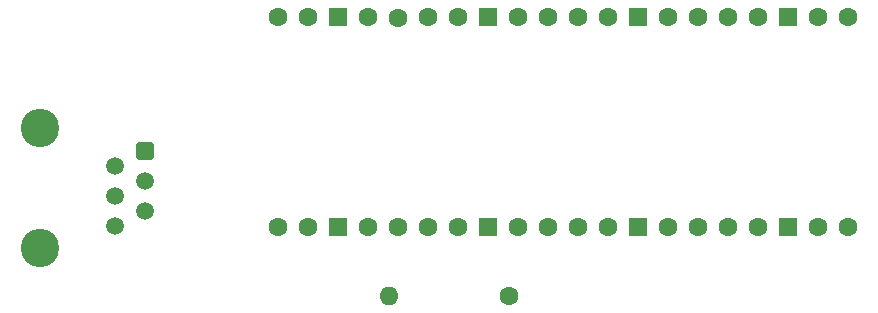
<source format=gts>
G04 #@! TF.GenerationSoftware,KiCad,Pcbnew,8.0.3*
G04 #@! TF.CreationDate,2024-06-17T17:54:27+02:00*
G04 #@! TF.ProjectId,Rasppipico f_r HAN-port,52617370-7069-4706-9963-6f2066f67220,rev?*
G04 #@! TF.SameCoordinates,Original*
G04 #@! TF.FileFunction,Soldermask,Top*
G04 #@! TF.FilePolarity,Negative*
%FSLAX46Y46*%
G04 Gerber Fmt 4.6, Leading zero omitted, Abs format (unit mm)*
G04 Created by KiCad (PCBNEW 8.0.3) date 2024-06-17 17:54:27*
%MOMM*%
%LPD*%
G01*
G04 APERTURE LIST*
G04 Aperture macros list*
%AMRoundRect*
0 Rectangle with rounded corners*
0 $1 Rounding radius*
0 $2 $3 $4 $5 $6 $7 $8 $9 X,Y pos of 4 corners*
0 Add a 4 corners polygon primitive as box body*
4,1,4,$2,$3,$4,$5,$6,$7,$8,$9,$2,$3,0*
0 Add four circle primitives for the rounded corners*
1,1,$1+$1,$2,$3*
1,1,$1+$1,$4,$5*
1,1,$1+$1,$6,$7*
1,1,$1+$1,$8,$9*
0 Add four rect primitives between the rounded corners*
20,1,$1+$1,$2,$3,$4,$5,0*
20,1,$1+$1,$4,$5,$6,$7,0*
20,1,$1+$1,$6,$7,$8,$9,0*
20,1,$1+$1,$8,$9,$2,$3,0*%
G04 Aperture macros list end*
%ADD10O,1.600000X1.600000*%
%ADD11C,1.600000*%
%ADD12C,1.520000*%
%ADD13RoundRect,0.250000X-0.510000X0.510000X-0.510000X-0.510000X0.510000X-0.510000X0.510000X0.510000X0*%
%ADD14C,3.250000*%
%ADD15RoundRect,0.200000X-0.600000X0.600000X-0.600000X-0.600000X0.600000X-0.600000X0.600000X0.600000X0*%
G04 APERTURE END LIST*
D10*
X133512000Y-102718000D03*
D11*
X143672000Y-102718000D03*
D12*
X110350000Y-96744000D03*
X112890000Y-95474000D03*
X110350000Y-94204000D03*
X112890000Y-92934000D03*
X110350000Y-91664000D03*
D13*
X112890000Y-90394000D03*
D14*
X104000000Y-98654000D03*
X104000000Y-88494000D03*
D11*
X172374000Y-79096000D03*
X169834000Y-79096000D03*
D15*
X167294000Y-79096000D03*
D11*
X164754000Y-79096000D03*
X162214000Y-79096000D03*
X159674000Y-79096000D03*
X157134000Y-79096000D03*
D15*
X154594000Y-79096000D03*
D11*
X152054000Y-79096000D03*
X149514000Y-79096000D03*
X146974000Y-79096000D03*
X144434000Y-79096000D03*
D15*
X141894000Y-79096000D03*
D11*
X139354000Y-79096000D03*
X136814000Y-79096000D03*
X134274000Y-79137881D03*
X131734000Y-79096000D03*
D15*
X129194000Y-79096000D03*
D11*
X126654000Y-79096000D03*
X124114000Y-79096000D03*
X124114000Y-96876000D03*
X126654000Y-96876000D03*
D15*
X129194000Y-96876000D03*
D11*
X131734000Y-96876000D03*
X134274000Y-96876000D03*
X136814000Y-96876000D03*
X139354000Y-96876000D03*
D15*
X141894000Y-96876000D03*
D11*
X144434000Y-96876000D03*
X146974000Y-96876000D03*
X149514000Y-96876000D03*
X152054000Y-96876000D03*
D15*
X154594000Y-96876000D03*
D11*
X157134000Y-96876000D03*
X159674000Y-96876000D03*
X162214000Y-96876000D03*
X164754000Y-96876000D03*
D15*
X167294000Y-96876000D03*
D11*
X169834000Y-96876000D03*
X172374000Y-96876000D03*
M02*

</source>
